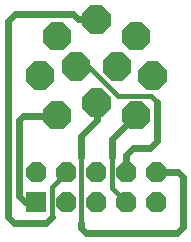
<source format=gbr>
%FSLAX34Y34*%
%MOMM*%
%LNCOPPER_TOP*%
G71*
G01*
%ADD10C,0.600*%
%ADD11C,0.400*%
%LPD*%
G36*
X121741Y-29480D02*
X114721Y-36500D01*
X104761Y-36500D01*
X97741Y-29480D01*
X97741Y-19520D01*
X104761Y-12500D01*
X114721Y-12500D01*
X121741Y-19520D01*
X121741Y-29480D01*
G37*
G36*
X88160Y-33449D02*
X88160Y-43376D01*
X81117Y-50419D01*
X71190Y-50419D01*
X64147Y-43376D01*
X64147Y-33449D01*
X71190Y-26406D01*
X81117Y-26406D01*
X88160Y-33449D01*
G37*
G36*
X67221Y-60000D02*
X74241Y-67020D01*
X74241Y-76980D01*
X67221Y-84000D01*
X57261Y-84000D01*
X50241Y-76980D01*
X50241Y-67020D01*
X57261Y-60000D01*
X67221Y-60000D01*
G37*
G36*
X71190Y-93581D02*
X81117Y-93581D01*
X88160Y-100624D01*
X88160Y-110551D01*
X81117Y-117594D01*
X71190Y-117594D01*
X64147Y-110551D01*
X64147Y-100624D01*
X71190Y-93581D01*
G37*
G36*
X131322Y-110551D02*
X131322Y-100624D01*
X138365Y-93581D01*
X148292Y-93581D01*
X155335Y-100624D01*
X155335Y-110551D01*
X148292Y-117594D01*
X138365Y-117594D01*
X131322Y-110551D01*
G37*
G36*
X152261Y-84000D02*
X145241Y-76980D01*
X145241Y-67020D01*
X152261Y-60000D01*
X162221Y-60000D01*
X169241Y-67020D01*
X169241Y-76980D01*
X162221Y-84000D01*
X152261Y-84000D01*
G37*
G36*
X148292Y-50419D02*
X138365Y-50419D01*
X131322Y-43376D01*
X131322Y-33449D01*
X138365Y-26406D01*
X148292Y-26406D01*
X155335Y-33449D01*
X155335Y-43376D01*
X148292Y-50419D01*
G37*
G36*
X115234Y-69331D02*
X115234Y-59403D01*
X122277Y-52360D01*
X132205Y-52360D01*
X139248Y-59403D01*
X139248Y-69331D01*
X132205Y-76374D01*
X122277Y-76374D01*
X115234Y-69331D01*
G37*
G36*
X80234Y-69331D02*
X80234Y-59403D01*
X87277Y-52360D01*
X97205Y-52360D01*
X104248Y-59403D01*
X104248Y-69331D01*
X97205Y-76374D01*
X87277Y-76374D01*
X80234Y-69331D01*
G37*
G36*
X97734Y-99642D02*
X97734Y-89714D01*
X104777Y-82671D01*
X114705Y-82671D01*
X121748Y-89714D01*
X121748Y-99642D01*
X114705Y-106685D01*
X104777Y-106685D01*
X97734Y-99642D01*
G37*
G36*
X164128Y-145500D02*
X169100Y-150472D01*
X169100Y-157528D01*
X164128Y-162500D01*
X157072Y-162500D01*
X152100Y-157528D01*
X152100Y-150472D01*
X157072Y-145500D01*
X164128Y-145500D01*
G37*
G36*
X164128Y-170900D02*
X169100Y-175872D01*
X169100Y-182928D01*
X164128Y-187900D01*
X157072Y-187900D01*
X152100Y-182928D01*
X152100Y-175872D01*
X157072Y-170900D01*
X164128Y-170900D01*
G37*
G36*
X138728Y-145500D02*
X143700Y-150472D01*
X143700Y-157528D01*
X138728Y-162500D01*
X131672Y-162500D01*
X126700Y-157528D01*
X126700Y-150472D01*
X131672Y-145500D01*
X138728Y-145500D01*
G37*
G36*
X138728Y-170900D02*
X143700Y-175872D01*
X143700Y-182928D01*
X138728Y-187900D01*
X131672Y-187900D01*
X126700Y-182928D01*
X126700Y-175872D01*
X131672Y-170900D01*
X138728Y-170900D01*
G37*
G36*
X113328Y-145500D02*
X118300Y-150472D01*
X118300Y-157528D01*
X113328Y-162500D01*
X106272Y-162500D01*
X101300Y-157528D01*
X101300Y-150472D01*
X106272Y-145500D01*
X113328Y-145500D01*
G37*
G36*
X113328Y-170900D02*
X118300Y-175872D01*
X118300Y-182928D01*
X113328Y-187900D01*
X106272Y-187900D01*
X101300Y-182928D01*
X101300Y-175872D01*
X106272Y-170900D01*
X113328Y-170900D01*
G37*
G36*
X87928Y-145500D02*
X92900Y-150472D01*
X92900Y-157528D01*
X87928Y-162500D01*
X80872Y-162500D01*
X75900Y-157528D01*
X75900Y-150472D01*
X80872Y-145500D01*
X87928Y-145500D01*
G37*
G36*
X87928Y-170900D02*
X92900Y-175872D01*
X92900Y-182928D01*
X87928Y-187900D01*
X80872Y-187900D01*
X75900Y-182928D01*
X75900Y-175872D01*
X80872Y-170900D01*
X87928Y-170900D01*
G37*
G36*
X62528Y-145500D02*
X67500Y-150472D01*
X67500Y-157528D01*
X62528Y-162500D01*
X55472Y-162500D01*
X50500Y-157528D01*
X50500Y-150472D01*
X55472Y-145500D01*
X62528Y-145500D01*
G37*
G36*
X67500Y-170900D02*
X67500Y-187900D01*
X50500Y-187900D01*
X50500Y-170900D01*
X67500Y-170900D01*
G37*
G54D10*
X59000Y-179400D02*
X49000Y-179000D01*
X44000Y-174000D01*
X44000Y-110000D01*
X48000Y-106000D01*
X76000Y-106000D01*
G54D11*
X84400Y-154000D02*
X84000Y-154000D01*
X72000Y-166000D01*
X72000Y-192000D01*
G54D10*
X72000Y-192000D02*
X67000Y-197000D01*
X40000Y-197000D01*
X35000Y-192000D01*
X35000Y-26000D01*
X41000Y-20000D01*
X90000Y-20000D01*
X94000Y-24000D01*
X109241Y-24000D01*
X109741Y-24500D01*
G54D11*
X135200Y-179400D02*
X135200Y-179200D01*
X123000Y-167000D01*
X123000Y-140916D01*
G54D11*
X92241Y-64367D02*
X103367Y-64367D01*
X128000Y-89000D01*
X156000Y-89000D01*
X161000Y-94000D01*
G54D11*
X97000Y-141000D02*
X97000Y-194000D01*
G54D10*
X97000Y-141000D02*
X97000Y-123000D01*
X110000Y-110000D01*
X110000Y-94937D01*
X109741Y-94678D01*
G54D10*
X97000Y-197000D02*
X97000Y-201000D01*
X101000Y-205000D01*
X178000Y-205000D01*
X183000Y-200000D01*
X183000Y-158000D01*
X179000Y-154000D01*
X160600Y-154000D01*
G54D10*
X135200Y-154000D02*
X135000Y-153800D01*
X135000Y-139000D01*
X141000Y-133000D01*
X155000Y-133000D01*
X161000Y-127000D01*
X161000Y-94000D01*
G54D10*
X123000Y-140916D02*
X123000Y-125916D01*
X143329Y-105588D01*
M02*

</source>
